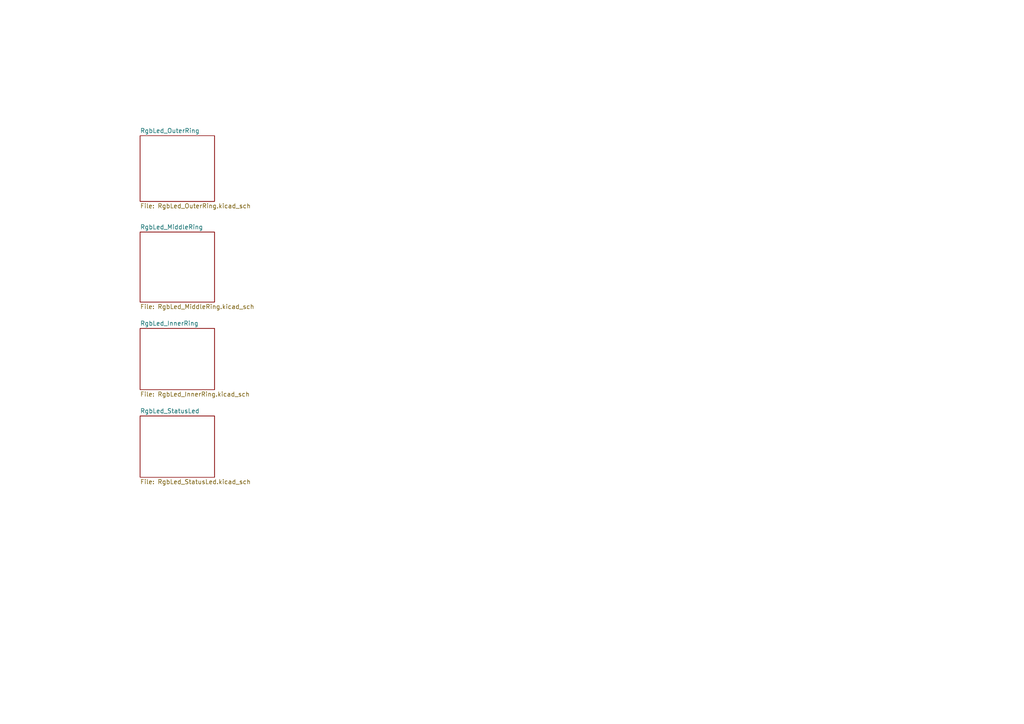
<source format=kicad_sch>
(kicad_sch
	(version 20231120)
	(generator "eeschema")
	(generator_version "8.0")
	(uuid "74568023-24e9-494a-bffe-c37a7a23f2f8")
	(paper "A4")
	(lib_symbols)
	(sheet
		(at 40.64 67.31)
		(size 21.59 20.32)
		(fields_autoplaced yes)
		(stroke
			(width 0.1524)
			(type solid)
		)
		(fill
			(color 0 0 0 0.0000)
		)
		(uuid "001e10c8-96e8-4d47-8553-6e5af4da2637")
		(property "Sheetname" "RgbLed_MiddleRing"
			(at 40.64 66.5984 0)
			(effects
				(font
					(size 1.27 1.27)
				)
				(justify left bottom)
			)
		)
		(property "Sheetfile" "RgbLed_MiddleRing.kicad_sch"
			(at 40.64 88.2146 0)
			(effects
				(font
					(size 1.27 1.27)
				)
				(justify left top)
			)
		)
		(instances
			(project "Pomodoro_V7"
				(path "/7b50fc13-bee1-48b7-8eab-d6ef36855383/d366a572-4eed-4be8-88cc-5fb5da022e23"
					(page "8")
				)
			)
		)
	)
	(sheet
		(at 40.64 95.25)
		(size 21.59 17.78)
		(fields_autoplaced yes)
		(stroke
			(width 0.1524)
			(type solid)
		)
		(fill
			(color 0 0 0 0.0000)
		)
		(uuid "382173d7-caa1-4139-ba6d-a35eb18170ce")
		(property "Sheetname" "RgbLed_InnerRing"
			(at 40.64 94.5384 0)
			(effects
				(font
					(size 1.27 1.27)
				)
				(justify left bottom)
			)
		)
		(property "Sheetfile" "RgbLed_InnerRing.kicad_sch"
			(at 40.64 113.6146 0)
			(effects
				(font
					(size 1.27 1.27)
				)
				(justify left top)
			)
		)
		(instances
			(project "Pomodoro_V7"
				(path "/7b50fc13-bee1-48b7-8eab-d6ef36855383/d366a572-4eed-4be8-88cc-5fb5da022e23"
					(page "9")
				)
			)
		)
	)
	(sheet
		(at 40.64 120.65)
		(size 21.59 17.78)
		(fields_autoplaced yes)
		(stroke
			(width 0.1524)
			(type solid)
		)
		(fill
			(color 0 0 0 0.0000)
		)
		(uuid "797b80c3-c08e-40d2-b941-fe27167ea576")
		(property "Sheetname" "RgbLed_StatusLed"
			(at 40.64 119.9384 0)
			(effects
				(font
					(size 1.27 1.27)
				)
				(justify left bottom)
			)
		)
		(property "Sheetfile" "RgbLed_StatusLed.kicad_sch"
			(at 40.64 139.0146 0)
			(effects
				(font
					(size 1.27 1.27)
				)
				(justify left top)
			)
		)
		(instances
			(project "Pomodoro_V7"
				(path "/7b50fc13-bee1-48b7-8eab-d6ef36855383/d366a572-4eed-4be8-88cc-5fb5da022e23"
					(page "10")
				)
			)
		)
	)
	(sheet
		(at 40.64 39.37)
		(size 21.59 19.05)
		(fields_autoplaced yes)
		(stroke
			(width 0.1524)
			(type solid)
		)
		(fill
			(color 0 0 0 0.0000)
		)
		(uuid "b6c0abfc-b228-4088-82f2-4b654b638967")
		(property "Sheetname" "RgbLed_OuterRing"
			(at 40.64 38.6584 0)
			(effects
				(font
					(size 1.27 1.27)
				)
				(justify left bottom)
			)
		)
		(property "Sheetfile" "RgbLed_OuterRing.kicad_sch"
			(at 40.64 59.0046 0)
			(effects
				(font
					(size 1.27 1.27)
				)
				(justify left top)
			)
		)
		(instances
			(project "Pomodoro_V7"
				(path "/7b50fc13-bee1-48b7-8eab-d6ef36855383/d366a572-4eed-4be8-88cc-5fb5da022e23"
					(page "7")
				)
			)
		)
	)
)

</source>
